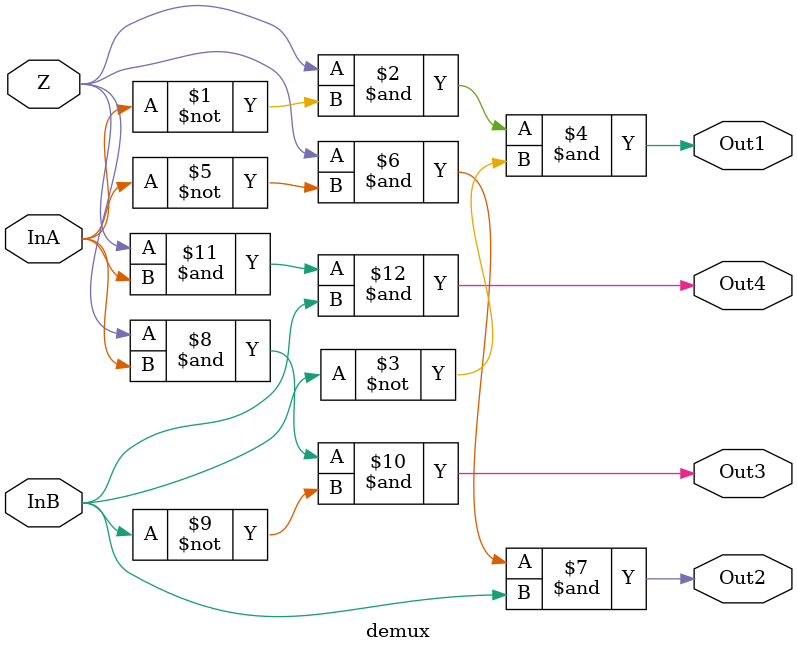
<source format=v>
`timescale 1ns / 1ps
module demux(
    input InA,InB,Z,
    output Out1,Out2,Out3,Out4
    );
assign Out1=Z&~InA&~InB;
assign Out2=Z&~InA&InB;
assign Out3=Z&InA&~InB;
assign Out4=Z&InA&InB;

endmodule

</source>
